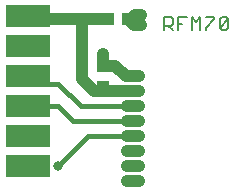
<source format=gtl>
G75*
%MOIN*%
%OFA0B0*%
%FSLAX25Y25*%
%IPPOS*%
%LPD*%
%AMOC8*
5,1,8,0,0,1.08239X$1,22.5*
%
%ADD10C,0.00800*%
%ADD11R,0.04134X0.04252*%
%ADD12R,0.04252X0.04134*%
%ADD13R,0.15000X0.07600*%
%ADD14C,0.04159*%
%ADD15C,0.03175*%
%ADD16C,0.04000*%
%ADD17C,0.01600*%
D10*
X0065900Y0062200D02*
X0065900Y0066404D01*
X0068002Y0066404D01*
X0068702Y0065703D01*
X0068702Y0064302D01*
X0068002Y0063601D01*
X0065900Y0063601D01*
X0067301Y0063601D02*
X0068702Y0062200D01*
X0070504Y0062200D02*
X0070504Y0066404D01*
X0073306Y0066404D01*
X0075108Y0066404D02*
X0076509Y0065002D01*
X0077910Y0066404D01*
X0077910Y0062200D01*
X0079712Y0062200D02*
X0079712Y0062901D01*
X0082514Y0065703D01*
X0082514Y0066404D01*
X0079712Y0066404D01*
X0075108Y0066404D02*
X0075108Y0062200D01*
X0071905Y0064302D02*
X0070504Y0064302D01*
X0084316Y0062901D02*
X0084316Y0065703D01*
X0085016Y0066404D01*
X0086417Y0066404D01*
X0087118Y0065703D01*
X0084316Y0062901D01*
X0085016Y0062200D01*
X0086417Y0062200D01*
X0087118Y0062901D01*
X0087118Y0065703D01*
D11*
X0053945Y0065800D03*
X0047055Y0065800D03*
D12*
X0045500Y0050245D03*
X0045500Y0043355D03*
D13*
X0020500Y0016800D03*
X0020500Y0026800D03*
X0020500Y0036800D03*
X0020500Y0046800D03*
X0020500Y0056800D03*
X0020500Y0066800D03*
D14*
X0053420Y0046800D02*
X0057580Y0046800D01*
X0057580Y0041800D02*
X0053420Y0041800D01*
X0053420Y0036800D02*
X0057580Y0036800D01*
X0057580Y0031800D02*
X0053420Y0031800D01*
X0053420Y0026800D02*
X0057580Y0026800D01*
X0057580Y0021800D02*
X0053420Y0021800D01*
X0053420Y0016800D02*
X0057580Y0016800D01*
X0057580Y0011800D02*
X0053420Y0011800D01*
D15*
X0030500Y0016800D03*
X0045500Y0054300D03*
X0058000Y0063800D03*
X0058000Y0067300D03*
D16*
X0056000Y0067300D01*
X0054500Y0065800D01*
X0053945Y0065800D02*
X0055945Y0063800D01*
X0058000Y0063800D01*
X0047055Y0065800D02*
X0037500Y0065800D01*
X0038500Y0064800D01*
X0038500Y0045800D01*
X0042500Y0041800D01*
X0045500Y0041800D01*
X0045500Y0043355D01*
X0045500Y0041800D02*
X0055500Y0041800D01*
X0055500Y0046800D02*
X0053000Y0046800D01*
X0049500Y0050300D01*
X0045555Y0050300D01*
X0045500Y0050245D01*
X0045500Y0051800D02*
X0045500Y0054300D01*
X0037500Y0065800D02*
X0021500Y0065800D01*
X0020500Y0066800D01*
D17*
X0020500Y0046800D02*
X0023000Y0044300D01*
X0030500Y0044300D01*
X0038000Y0036800D01*
X0055500Y0036800D01*
X0055500Y0031800D02*
X0035500Y0031800D01*
X0030500Y0036800D01*
X0020500Y0036800D01*
X0040500Y0026800D02*
X0030500Y0016800D01*
X0040500Y0026800D02*
X0055500Y0026800D01*
M02*

</source>
